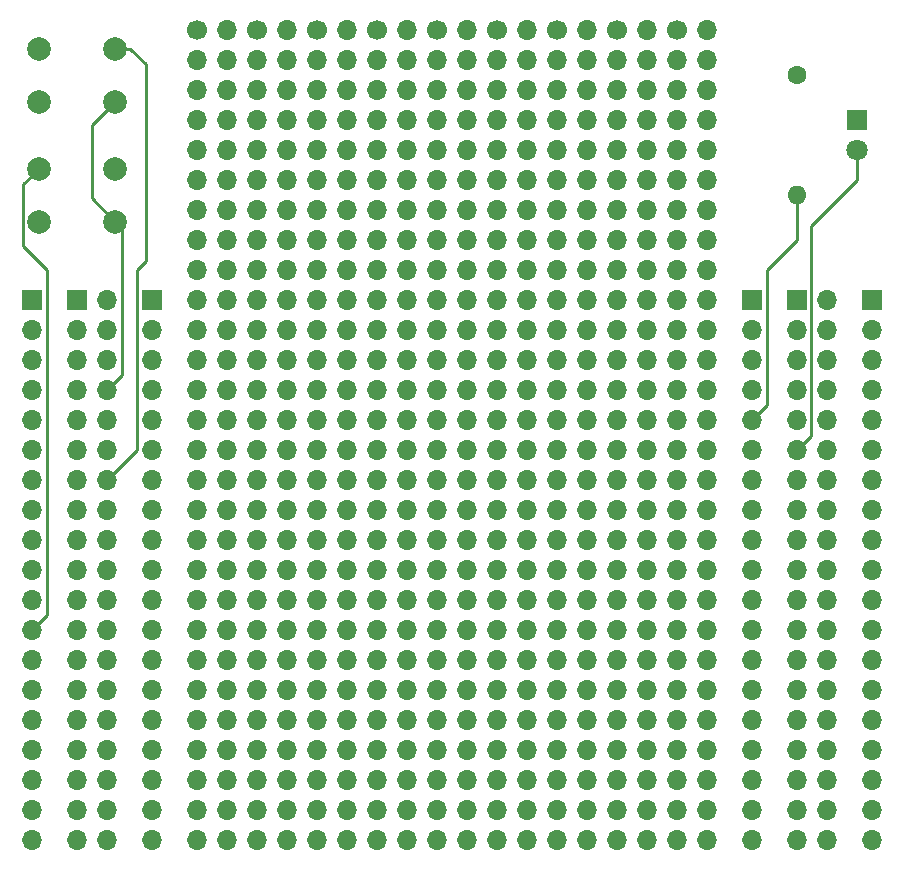
<source format=gbr>
G04 #@! TF.GenerationSoftware,KiCad,Pcbnew,7.0.1-3b83917a11~172~ubuntu22.04.1*
G04 #@! TF.CreationDate,2023-04-09T16:48:27+09:00*
G04 #@! TF.ProjectId,Akashi-15,416b6173-6869-42d3-9135-2e6b69636164,rev?*
G04 #@! TF.SameCoordinates,Original*
G04 #@! TF.FileFunction,Copper,L2,Bot*
G04 #@! TF.FilePolarity,Positive*
%FSLAX46Y46*%
G04 Gerber Fmt 4.6, Leading zero omitted, Abs format (unit mm)*
G04 Created by KiCad (PCBNEW 7.0.1-3b83917a11~172~ubuntu22.04.1) date 2023-04-09 16:48:27*
%MOMM*%
%LPD*%
G01*
G04 APERTURE LIST*
G04 #@! TA.AperFunction,ComponentPad*
%ADD10C,2.000000*%
G04 #@! TD*
G04 #@! TA.AperFunction,ComponentPad*
%ADD11R,1.700000X1.700000*%
G04 #@! TD*
G04 #@! TA.AperFunction,ComponentPad*
%ADD12O,1.700000X1.700000*%
G04 #@! TD*
G04 #@! TA.AperFunction,ComponentPad*
%ADD13C,1.700000*%
G04 #@! TD*
G04 #@! TA.AperFunction,ComponentPad*
%ADD14R,1.800000X1.800000*%
G04 #@! TD*
G04 #@! TA.AperFunction,ComponentPad*
%ADD15C,1.800000*%
G04 #@! TD*
G04 #@! TA.AperFunction,ComponentPad*
%ADD16C,1.600000*%
G04 #@! TD*
G04 #@! TA.AperFunction,ComponentPad*
%ADD17O,1.600000X1.600000*%
G04 #@! TD*
G04 #@! TA.AperFunction,Conductor*
%ADD18C,0.250000*%
G04 #@! TD*
G04 APERTURE END LIST*
D10*
X118670000Y-77760000D03*
X125170000Y-77760000D03*
X118670000Y-82260000D03*
X125170000Y-82260000D03*
D11*
X118110000Y-88900000D03*
D12*
X118110000Y-91440000D03*
X118110000Y-93980000D03*
X118110000Y-96520000D03*
X118110000Y-99060000D03*
X118110000Y-101600000D03*
X118110000Y-104140000D03*
X118110000Y-106680000D03*
X118110000Y-109220000D03*
X118110000Y-111760000D03*
X118110000Y-114300000D03*
X118110000Y-116840000D03*
X118110000Y-119380000D03*
X118110000Y-121920000D03*
X118110000Y-124460000D03*
X118110000Y-127000000D03*
X118110000Y-129540000D03*
X118110000Y-132080000D03*
X118110000Y-134620000D03*
D13*
X152400000Y-66040000D03*
D12*
X154940000Y-66040000D03*
X152400000Y-68580000D03*
X154940000Y-68580000D03*
X152400000Y-71120000D03*
X154940000Y-71120000D03*
X152400000Y-73660000D03*
X154940000Y-73660000D03*
X152400000Y-76200000D03*
X154940000Y-76200000D03*
X152400000Y-78740000D03*
X154940000Y-78740000D03*
X152400000Y-81280000D03*
X154940000Y-81280000D03*
X152400000Y-83820000D03*
X154940000Y-83820000D03*
X152400000Y-86360000D03*
X154940000Y-86360000D03*
X152400000Y-88900000D03*
X154940000Y-88900000D03*
X152400000Y-91440000D03*
X154940000Y-91440000D03*
X152400000Y-93980000D03*
X154940000Y-93980000D03*
X152400000Y-96520000D03*
X154940000Y-96520000D03*
X152400000Y-99060000D03*
X154940000Y-99060000D03*
X152400000Y-101600000D03*
X154940000Y-101600000D03*
X152400000Y-104140000D03*
X154940000Y-104140000D03*
X152400000Y-106680000D03*
X154940000Y-106680000D03*
X152400000Y-109220000D03*
X154940000Y-109220000D03*
X152400000Y-111760000D03*
X154940000Y-111760000D03*
X152400000Y-114300000D03*
X154940000Y-114300000D03*
X152400000Y-116840000D03*
X154940000Y-116840000D03*
X152400000Y-119380000D03*
X154940000Y-119380000D03*
X152400000Y-121920000D03*
X154940000Y-121920000D03*
X152400000Y-124460000D03*
X154940000Y-124460000D03*
X152400000Y-127000000D03*
X154940000Y-127000000D03*
X152400000Y-129540000D03*
X154940000Y-129540000D03*
X152400000Y-132080000D03*
X154940000Y-132080000D03*
X152400000Y-134620000D03*
X154940000Y-134620000D03*
D14*
X187960000Y-73660000D03*
D15*
X187960000Y-76200000D03*
D11*
X189230000Y-88900000D03*
D12*
X189230000Y-91440000D03*
X189230000Y-93980000D03*
X189230000Y-96520000D03*
X189230000Y-99060000D03*
X189230000Y-101600000D03*
X189230000Y-104140000D03*
X189230000Y-106680000D03*
X189230000Y-109220000D03*
X189230000Y-111760000D03*
X189230000Y-114300000D03*
X189230000Y-116840000D03*
X189230000Y-119380000D03*
X189230000Y-121920000D03*
X189230000Y-124460000D03*
X189230000Y-127000000D03*
X189230000Y-129540000D03*
X189230000Y-132080000D03*
X189230000Y-134620000D03*
D11*
X179070000Y-88900000D03*
D12*
X179070000Y-91440000D03*
X179070000Y-93980000D03*
X179070000Y-96520000D03*
X179070000Y-99060000D03*
X179070000Y-101600000D03*
X179070000Y-104140000D03*
X179070000Y-106680000D03*
X179070000Y-109220000D03*
X179070000Y-111760000D03*
X179070000Y-114300000D03*
X179070000Y-116840000D03*
X179070000Y-119380000D03*
X179070000Y-121920000D03*
X179070000Y-124460000D03*
X179070000Y-127000000D03*
X179070000Y-129540000D03*
X179070000Y-132080000D03*
X179070000Y-134620000D03*
D13*
X172720000Y-66040000D03*
D12*
X175260000Y-66040000D03*
X172720000Y-68580000D03*
X175260000Y-68580000D03*
X172720000Y-71120000D03*
X175260000Y-71120000D03*
X172720000Y-73660000D03*
X175260000Y-73660000D03*
X172720000Y-76200000D03*
X175260000Y-76200000D03*
X172720000Y-78740000D03*
X175260000Y-78740000D03*
X172720000Y-81280000D03*
X175260000Y-81280000D03*
X172720000Y-83820000D03*
X175260000Y-83820000D03*
X172720000Y-86360000D03*
X175260000Y-86360000D03*
X172720000Y-88900000D03*
X175260000Y-88900000D03*
X172720000Y-91440000D03*
X175260000Y-91440000D03*
X172720000Y-93980000D03*
X175260000Y-93980000D03*
X172720000Y-96520000D03*
X175260000Y-96520000D03*
X172720000Y-99060000D03*
X175260000Y-99060000D03*
X172720000Y-101600000D03*
X175260000Y-101600000D03*
X172720000Y-104140000D03*
X175260000Y-104140000D03*
X172720000Y-106680000D03*
X175260000Y-106680000D03*
X172720000Y-109220000D03*
X175260000Y-109220000D03*
X172720000Y-111760000D03*
X175260000Y-111760000D03*
X172720000Y-114300000D03*
X175260000Y-114300000D03*
X172720000Y-116840000D03*
X175260000Y-116840000D03*
X172720000Y-119380000D03*
X175260000Y-119380000D03*
X172720000Y-121920000D03*
X175260000Y-121920000D03*
X172720000Y-124460000D03*
X175260000Y-124460000D03*
X172720000Y-127000000D03*
X175260000Y-127000000D03*
X172720000Y-129540000D03*
X175260000Y-129540000D03*
X172720000Y-132080000D03*
X175260000Y-132080000D03*
X172720000Y-134620000D03*
X175260000Y-134620000D03*
D13*
X142240000Y-66040000D03*
D12*
X144780000Y-66040000D03*
X142240000Y-68580000D03*
X144780000Y-68580000D03*
X142240000Y-71120000D03*
X144780000Y-71120000D03*
X142240000Y-73660000D03*
X144780000Y-73660000D03*
X142240000Y-76200000D03*
X144780000Y-76200000D03*
X142240000Y-78740000D03*
X144780000Y-78740000D03*
X142240000Y-81280000D03*
X144780000Y-81280000D03*
X142240000Y-83820000D03*
X144780000Y-83820000D03*
X142240000Y-86360000D03*
X144780000Y-86360000D03*
X142240000Y-88900000D03*
X144780000Y-88900000D03*
X142240000Y-91440000D03*
X144780000Y-91440000D03*
X142240000Y-93980000D03*
X144780000Y-93980000D03*
X142240000Y-96520000D03*
X144780000Y-96520000D03*
X142240000Y-99060000D03*
X144780000Y-99060000D03*
X142240000Y-101600000D03*
X144780000Y-101600000D03*
X142240000Y-104140000D03*
X144780000Y-104140000D03*
X142240000Y-106680000D03*
X144780000Y-106680000D03*
X142240000Y-109220000D03*
X144780000Y-109220000D03*
X142240000Y-111760000D03*
X144780000Y-111760000D03*
X142240000Y-114300000D03*
X144780000Y-114300000D03*
X142240000Y-116840000D03*
X144780000Y-116840000D03*
X142240000Y-119380000D03*
X144780000Y-119380000D03*
X142240000Y-121920000D03*
X144780000Y-121920000D03*
X142240000Y-124460000D03*
X144780000Y-124460000D03*
X142240000Y-127000000D03*
X144780000Y-127000000D03*
X142240000Y-129540000D03*
X144780000Y-129540000D03*
X142240000Y-132080000D03*
X144780000Y-132080000D03*
X142240000Y-134620000D03*
X144780000Y-134620000D03*
D13*
X157480000Y-66040000D03*
D12*
X160020000Y-66040000D03*
X157480000Y-68580000D03*
X160020000Y-68580000D03*
X157480000Y-71120000D03*
X160020000Y-71120000D03*
X157480000Y-73660000D03*
X160020000Y-73660000D03*
X157480000Y-76200000D03*
X160020000Y-76200000D03*
X157480000Y-78740000D03*
X160020000Y-78740000D03*
X157480000Y-81280000D03*
X160020000Y-81280000D03*
X157480000Y-83820000D03*
X160020000Y-83820000D03*
X157480000Y-86360000D03*
X160020000Y-86360000D03*
X157480000Y-88900000D03*
X160020000Y-88900000D03*
X157480000Y-91440000D03*
X160020000Y-91440000D03*
X157480000Y-93980000D03*
X160020000Y-93980000D03*
X157480000Y-96520000D03*
X160020000Y-96520000D03*
X157480000Y-99060000D03*
X160020000Y-99060000D03*
X157480000Y-101600000D03*
X160020000Y-101600000D03*
X157480000Y-104140000D03*
X160020000Y-104140000D03*
X157480000Y-106680000D03*
X160020000Y-106680000D03*
X157480000Y-109220000D03*
X160020000Y-109220000D03*
X157480000Y-111760000D03*
X160020000Y-111760000D03*
X157480000Y-114300000D03*
X160020000Y-114300000D03*
X157480000Y-116840000D03*
X160020000Y-116840000D03*
X157480000Y-119380000D03*
X160020000Y-119380000D03*
X157480000Y-121920000D03*
X160020000Y-121920000D03*
X157480000Y-124460000D03*
X160020000Y-124460000D03*
X157480000Y-127000000D03*
X160020000Y-127000000D03*
X157480000Y-129540000D03*
X160020000Y-129540000D03*
X157480000Y-132080000D03*
X160020000Y-132080000D03*
X157480000Y-134620000D03*
X160020000Y-134620000D03*
D16*
X182880000Y-69850000D03*
D17*
X182880000Y-80010000D03*
D13*
X132080000Y-66040000D03*
D12*
X134620000Y-66040000D03*
X132080000Y-68580000D03*
X134620000Y-68580000D03*
X132080000Y-71120000D03*
X134620000Y-71120000D03*
X132080000Y-73660000D03*
X134620000Y-73660000D03*
X132080000Y-76200000D03*
X134620000Y-76200000D03*
X132080000Y-78740000D03*
X134620000Y-78740000D03*
X132080000Y-81280000D03*
X134620000Y-81280000D03*
X132080000Y-83820000D03*
X134620000Y-83820000D03*
X132080000Y-86360000D03*
X134620000Y-86360000D03*
X132080000Y-88900000D03*
X134620000Y-88900000D03*
X132080000Y-91440000D03*
X134620000Y-91440000D03*
X132080000Y-93980000D03*
X134620000Y-93980000D03*
X132080000Y-96520000D03*
X134620000Y-96520000D03*
X132080000Y-99060000D03*
X134620000Y-99060000D03*
X132080000Y-101600000D03*
X134620000Y-101600000D03*
X132080000Y-104140000D03*
X134620000Y-104140000D03*
X132080000Y-106680000D03*
X134620000Y-106680000D03*
X132080000Y-109220000D03*
X134620000Y-109220000D03*
X132080000Y-111760000D03*
X134620000Y-111760000D03*
X132080000Y-114300000D03*
X134620000Y-114300000D03*
X132080000Y-116840000D03*
X134620000Y-116840000D03*
X132080000Y-119380000D03*
X134620000Y-119380000D03*
X132080000Y-121920000D03*
X134620000Y-121920000D03*
X132080000Y-124460000D03*
X134620000Y-124460000D03*
X132080000Y-127000000D03*
X134620000Y-127000000D03*
X132080000Y-129540000D03*
X134620000Y-129540000D03*
X132080000Y-132080000D03*
X134620000Y-132080000D03*
X132080000Y-134620000D03*
X134620000Y-134620000D03*
D10*
X118670000Y-67600000D03*
X125170000Y-67600000D03*
X118670000Y-72100000D03*
X125170000Y-72100000D03*
D13*
X167640000Y-66040000D03*
D12*
X170180000Y-66040000D03*
X167640000Y-68580000D03*
X170180000Y-68580000D03*
X167640000Y-71120000D03*
X170180000Y-71120000D03*
X167640000Y-73660000D03*
X170180000Y-73660000D03*
X167640000Y-76200000D03*
X170180000Y-76200000D03*
X167640000Y-78740000D03*
X170180000Y-78740000D03*
X167640000Y-81280000D03*
X170180000Y-81280000D03*
X167640000Y-83820000D03*
X170180000Y-83820000D03*
X167640000Y-86360000D03*
X170180000Y-86360000D03*
X167640000Y-88900000D03*
X170180000Y-88900000D03*
X167640000Y-91440000D03*
X170180000Y-91440000D03*
X167640000Y-93980000D03*
X170180000Y-93980000D03*
X167640000Y-96520000D03*
X170180000Y-96520000D03*
X167640000Y-99060000D03*
X170180000Y-99060000D03*
X167640000Y-101600000D03*
X170180000Y-101600000D03*
X167640000Y-104140000D03*
X170180000Y-104140000D03*
X167640000Y-106680000D03*
X170180000Y-106680000D03*
X167640000Y-109220000D03*
X170180000Y-109220000D03*
X167640000Y-111760000D03*
X170180000Y-111760000D03*
X167640000Y-114300000D03*
X170180000Y-114300000D03*
X167640000Y-116840000D03*
X170180000Y-116840000D03*
X167640000Y-119380000D03*
X170180000Y-119380000D03*
X167640000Y-121920000D03*
X170180000Y-121920000D03*
X167640000Y-124460000D03*
X170180000Y-124460000D03*
X167640000Y-127000000D03*
X170180000Y-127000000D03*
X167640000Y-129540000D03*
X170180000Y-129540000D03*
X167640000Y-132080000D03*
X170180000Y-132080000D03*
X167640000Y-134620000D03*
X170180000Y-134620000D03*
D13*
X137160000Y-66040000D03*
D12*
X139700000Y-66040000D03*
X137160000Y-68580000D03*
X139700000Y-68580000D03*
X137160000Y-71120000D03*
X139700000Y-71120000D03*
X137160000Y-73660000D03*
X139700000Y-73660000D03*
X137160000Y-76200000D03*
X139700000Y-76200000D03*
X137160000Y-78740000D03*
X139700000Y-78740000D03*
X137160000Y-81280000D03*
X139700000Y-81280000D03*
X137160000Y-83820000D03*
X139700000Y-83820000D03*
X137160000Y-86360000D03*
X139700000Y-86360000D03*
X137160000Y-88900000D03*
X139700000Y-88900000D03*
X137160000Y-91440000D03*
X139700000Y-91440000D03*
X137160000Y-93980000D03*
X139700000Y-93980000D03*
X137160000Y-96520000D03*
X139700000Y-96520000D03*
X137160000Y-99060000D03*
X139700000Y-99060000D03*
X137160000Y-101600000D03*
X139700000Y-101600000D03*
X137160000Y-104140000D03*
X139700000Y-104140000D03*
X137160000Y-106680000D03*
X139700000Y-106680000D03*
X137160000Y-109220000D03*
X139700000Y-109220000D03*
X137160000Y-111760000D03*
X139700000Y-111760000D03*
X137160000Y-114300000D03*
X139700000Y-114300000D03*
X137160000Y-116840000D03*
X139700000Y-116840000D03*
X137160000Y-119380000D03*
X139700000Y-119380000D03*
X137160000Y-121920000D03*
X139700000Y-121920000D03*
X137160000Y-124460000D03*
X139700000Y-124460000D03*
X137160000Y-127000000D03*
X139700000Y-127000000D03*
X137160000Y-129540000D03*
X139700000Y-129540000D03*
X137160000Y-132080000D03*
X139700000Y-132080000D03*
X137160000Y-134620000D03*
X139700000Y-134620000D03*
D11*
X128270000Y-88900000D03*
D12*
X128270000Y-91440000D03*
X128270000Y-93980000D03*
X128270000Y-96520000D03*
X128270000Y-99060000D03*
X128270000Y-101600000D03*
X128270000Y-104140000D03*
X128270000Y-106680000D03*
X128270000Y-109220000D03*
X128270000Y-111760000D03*
X128270000Y-114300000D03*
X128270000Y-116840000D03*
X128270000Y-119380000D03*
X128270000Y-121920000D03*
X128270000Y-124460000D03*
X128270000Y-127000000D03*
X128270000Y-129540000D03*
X128270000Y-132080000D03*
X128270000Y-134620000D03*
D13*
X147320000Y-66040000D03*
D12*
X149860000Y-66040000D03*
X147320000Y-68580000D03*
X149860000Y-68580000D03*
X147320000Y-71120000D03*
X149860000Y-71120000D03*
X147320000Y-73660000D03*
X149860000Y-73660000D03*
X147320000Y-76200000D03*
X149860000Y-76200000D03*
X147320000Y-78740000D03*
X149860000Y-78740000D03*
X147320000Y-81280000D03*
X149860000Y-81280000D03*
X147320000Y-83820000D03*
X149860000Y-83820000D03*
X147320000Y-86360000D03*
X149860000Y-86360000D03*
X147320000Y-88900000D03*
X149860000Y-88900000D03*
X147320000Y-91440000D03*
X149860000Y-91440000D03*
X147320000Y-93980000D03*
X149860000Y-93980000D03*
X147320000Y-96520000D03*
X149860000Y-96520000D03*
X147320000Y-99060000D03*
X149860000Y-99060000D03*
X147320000Y-101600000D03*
X149860000Y-101600000D03*
X147320000Y-104140000D03*
X149860000Y-104140000D03*
X147320000Y-106680000D03*
X149860000Y-106680000D03*
X147320000Y-109220000D03*
X149860000Y-109220000D03*
X147320000Y-111760000D03*
X149860000Y-111760000D03*
X147320000Y-114300000D03*
X149860000Y-114300000D03*
X147320000Y-116840000D03*
X149860000Y-116840000D03*
X147320000Y-119380000D03*
X149860000Y-119380000D03*
X147320000Y-121920000D03*
X149860000Y-121920000D03*
X147320000Y-124460000D03*
X149860000Y-124460000D03*
X147320000Y-127000000D03*
X149860000Y-127000000D03*
X147320000Y-129540000D03*
X149860000Y-129540000D03*
X147320000Y-132080000D03*
X149860000Y-132080000D03*
X147320000Y-134620000D03*
X149860000Y-134620000D03*
D13*
X162560000Y-66040000D03*
D12*
X165100000Y-66040000D03*
X162560000Y-68580000D03*
X165100000Y-68580000D03*
X162560000Y-71120000D03*
X165100000Y-71120000D03*
X162560000Y-73660000D03*
X165100000Y-73660000D03*
X162560000Y-76200000D03*
X165100000Y-76200000D03*
X162560000Y-78740000D03*
X165100000Y-78740000D03*
X162560000Y-81280000D03*
X165100000Y-81280000D03*
X162560000Y-83820000D03*
X165100000Y-83820000D03*
X162560000Y-86360000D03*
X165100000Y-86360000D03*
X162560000Y-88900000D03*
X165100000Y-88900000D03*
X162560000Y-91440000D03*
X165100000Y-91440000D03*
X162560000Y-93980000D03*
X165100000Y-93980000D03*
X162560000Y-96520000D03*
X165100000Y-96520000D03*
X162560000Y-99060000D03*
X165100000Y-99060000D03*
X162560000Y-101600000D03*
X165100000Y-101600000D03*
X162560000Y-104140000D03*
X165100000Y-104140000D03*
X162560000Y-106680000D03*
X165100000Y-106680000D03*
X162560000Y-109220000D03*
X165100000Y-109220000D03*
X162560000Y-111760000D03*
X165100000Y-111760000D03*
X162560000Y-114300000D03*
X165100000Y-114300000D03*
X162560000Y-116840000D03*
X165100000Y-116840000D03*
X162560000Y-119380000D03*
X165100000Y-119380000D03*
X162560000Y-121920000D03*
X165100000Y-121920000D03*
X162560000Y-124460000D03*
X165100000Y-124460000D03*
X162560000Y-127000000D03*
X165100000Y-127000000D03*
X162560000Y-129540000D03*
X165100000Y-129540000D03*
X162560000Y-132080000D03*
X165100000Y-132080000D03*
X162560000Y-134620000D03*
X165100000Y-134620000D03*
D11*
X182880000Y-88900000D03*
D12*
X185420000Y-88900000D03*
X182880000Y-91440000D03*
X185420000Y-91440000D03*
X182880000Y-93980000D03*
X185420000Y-93980000D03*
X182880000Y-96520000D03*
X185420000Y-96520000D03*
X182880000Y-99060000D03*
X185420000Y-99060000D03*
X182880000Y-101600000D03*
X185420000Y-101600000D03*
X182880000Y-104140000D03*
X185420000Y-104140000D03*
X182880000Y-106680000D03*
X185420000Y-106680000D03*
X182880000Y-109220000D03*
X185420000Y-109220000D03*
X182880000Y-111760000D03*
X185420000Y-111760000D03*
X182880000Y-114300000D03*
X185420000Y-114300000D03*
X182880000Y-116840000D03*
X185420000Y-116840000D03*
X182880000Y-119380000D03*
X185420000Y-119380000D03*
X182880000Y-121920000D03*
X185420000Y-121920000D03*
X182880000Y-124460000D03*
X185420000Y-124460000D03*
X182880000Y-127000000D03*
X185420000Y-127000000D03*
X182880000Y-129540000D03*
X185420000Y-129540000D03*
X182880000Y-132080000D03*
X185420000Y-132080000D03*
X182880000Y-134620000D03*
X185420000Y-134620000D03*
D11*
X121920000Y-88900000D03*
D12*
X124460000Y-88900000D03*
X121920000Y-91440000D03*
X124460000Y-91440000D03*
X121920000Y-93980000D03*
X124460000Y-93980000D03*
X121920000Y-96520000D03*
X124460000Y-96520000D03*
X121920000Y-99060000D03*
X124460000Y-99060000D03*
X121920000Y-101600000D03*
X124460000Y-101600000D03*
X121920000Y-104140000D03*
X124460000Y-104140000D03*
X121920000Y-106680000D03*
X124460000Y-106680000D03*
X121920000Y-109220000D03*
X124460000Y-109220000D03*
X121920000Y-111760000D03*
X124460000Y-111760000D03*
X121920000Y-114300000D03*
X124460000Y-114300000D03*
X121920000Y-116840000D03*
X124460000Y-116840000D03*
X121920000Y-119380000D03*
X124460000Y-119380000D03*
X121920000Y-121920000D03*
X124460000Y-121920000D03*
X121920000Y-124460000D03*
X124460000Y-124460000D03*
X121920000Y-127000000D03*
X124460000Y-127000000D03*
X121920000Y-129540000D03*
X124460000Y-129540000D03*
X121920000Y-132080000D03*
X124460000Y-132080000D03*
X121920000Y-134620000D03*
X124460000Y-134620000D03*
D18*
X127765000Y-68925000D02*
X126440000Y-67600000D01*
X127000000Y-86360000D02*
X127765000Y-85595000D01*
X127765000Y-85595000D02*
X127765000Y-68925000D01*
X127000000Y-101600000D02*
X124460000Y-104140000D01*
X127000000Y-86360000D02*
X127000000Y-101600000D01*
X126440000Y-67600000D02*
X125170000Y-67600000D01*
X117345000Y-84325000D02*
X117345000Y-79085000D01*
X118110000Y-116840000D02*
X119380000Y-115570000D01*
X119380000Y-86360000D02*
X117345000Y-84325000D01*
X119380000Y-115570000D02*
X119380000Y-86360000D01*
X117345000Y-79085000D02*
X118670000Y-77760000D01*
X184055000Y-100425000D02*
X184055000Y-82645000D01*
X182880000Y-101600000D02*
X184055000Y-100425000D01*
X184055000Y-82645000D02*
X187960000Y-78740000D01*
X187960000Y-78740000D02*
X187960000Y-76200000D01*
X123190000Y-74080000D02*
X123190000Y-80280000D01*
X125730000Y-95250000D02*
X124460000Y-96520000D01*
X125730000Y-95250000D02*
X125730000Y-82820000D01*
X125730000Y-82820000D02*
X125170000Y-82260000D01*
X123190000Y-80280000D02*
X125170000Y-82260000D01*
X125170000Y-72100000D02*
X123190000Y-74080000D01*
X182880000Y-83820000D02*
X182880000Y-80010000D01*
X180340000Y-97790000D02*
X180340000Y-86360000D01*
X180340000Y-86360000D02*
X182880000Y-83820000D01*
X179070000Y-99060000D02*
X180340000Y-97790000D01*
M02*

</source>
